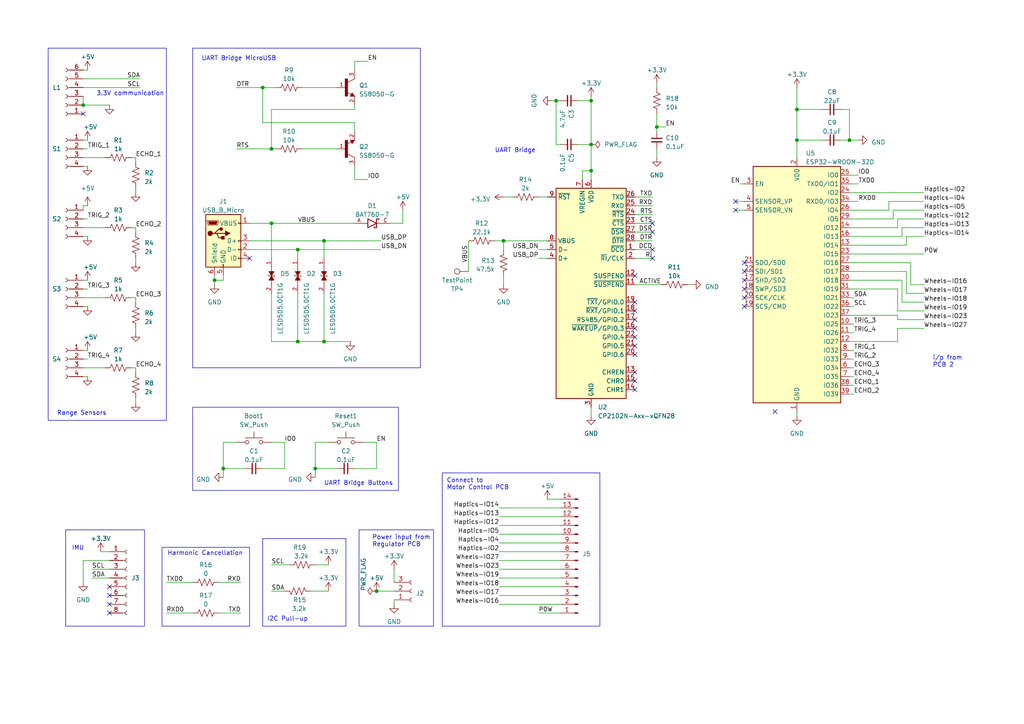
<source format=kicad_sch>
(kicad_sch (version 20231120) (generator "eeschema") (generator_version "8.0")
  (paper "A4")
  (title_block (title "Feedback Oriented Responsive Walker with Assistive Direction") (rev "0") (company "UCF Electrical and Computer Engineering"))
  (junction (at 76.2 25.4))
  (junction (at 190.5 36.83))
  (junction (at 91.44 135.89))
  (junction (at 109.22 171.45))
  (junction (at 93.98 69.85))
  (junction (at 78.74 64.77))
  (junction (at 93.98 99.06))
  (junction (at 78.74 43.18))
  (junction (at 161.29 29.21))
  (junction (at 86.36 99.06))
  (junction (at 171.45 29.21))
  (junction (at 146.05 69.85))
  (junction (at 171.45 49.53))
  (junction (at 64.77 135.89))
  (junction (at 24.13 30.48))
  (junction (at 171.45 41.91))
  (junction (at 231.14 31.75))
  (junction (at 231.14 40.64))
  (junction (at 246.38 40.64))
  (junction (at 86.36 72.39))
  (junction (at 62.23 81.28))
  (no_connect (at 215.9 86.36))
  (no_connect (at 31.75 175.26))
  (no_connect (at 189.23 74.93))
  (no_connect (at 184.15 90.17))
  (no_connect (at 189.23 64.77))
  (no_connect (at 184.15 92.71))
  (no_connect (at 184.15 97.79))
  (no_connect (at 224.79 119.38))
  (no_connect (at 31.75 177.8))
  (no_connect (at 213.36 58.42))
  (no_connect (at 31.75 170.18))
  (no_connect (at 184.15 80.01))
  (no_connect (at 189.23 72.39))
  (no_connect (at 189.23 67.31))
  (no_connect (at 215.9 88.9))
  (no_connect (at 184.15 95.25))
  (no_connect (at 215.9 83.82))
  (no_connect (at 184.15 100.33))
  (no_connect (at 184.15 107.95))
  (no_connect (at 215.9 81.28))
  (no_connect (at 184.15 113.03))
  (no_connect (at 215.9 78.74))
  (no_connect (at 213.36 60.96))
  (no_connect (at 24.13 33.02))
  (no_connect (at 184.15 87.63))
  (no_connect (at 184.15 102.87))
  (no_connect (at 215.9 76.2))
  (no_connect (at 184.15 110.49))
  (no_connect (at 31.75 172.72))
  (no_connect (at 72.39 74.93))
  (wire (pts (xy 102.87 135.89) (xy 109.22 135.89)))
  (wire (pts (xy 39.37 54.61) (xy 39.37 55.88)))
  (wire (pts (xy 260.35 99.06) (xy 260.35 95.25)))
  (wire (pts (xy 93.98 69.85) (xy 93.98 74.93)))
  (wire (pts (xy 184.15 82.55) (xy 191.77 82.55)))
  (wire (pts (xy 189.23 62.23) (xy 184.15 62.23)))
  (wire (pts (xy 95.25 128.27) (xy 91.44 128.27)))
  (wire (pts (xy 243.84 31.75) (xy 246.38 31.75)))
  (wire (pts (xy 146.05 69.85) (xy 146.05 72.39)))
  (wire (pts (xy 213.36 60.96) (xy 215.9 60.96)))
  (wire (pts (xy 231.14 120.65) (xy 231.14 119.38)))
  (wire (pts (xy 264.16 82.55) (xy 267.97 82.55)))
  (wire (pts (xy 246.38 93.98) (xy 247.65 93.98)))
  (wire (pts (xy 257.81 60.96) (xy 246.38 60.96)))
  (wire (pts (xy 26.67 167.64) (xy 31.75 167.64)))
  (wire (pts (xy 261.62 87.63) (xy 267.97 87.63)))
  (wire (pts (xy 262.89 78.74) (xy 262.89 85.09)))
  (wire (pts (xy 144.78 175.26) (xy 162.56 175.26)))
  (wire (pts (xy 171.45 41.91) (xy 171.45 29.21)))
  (wire (pts (xy 144.78 167.64) (xy 162.56 167.64)))
  (wire (pts (xy 246.38 55.88) (xy 267.97 55.88)))
  (wire (pts (xy 86.36 85.09) (xy 86.36 99.06)))
  (wire (pts (xy 190.5 33.02) (xy 190.5 36.83)))
  (wire (pts (xy 40.64 25.4) (xy 24.13 25.4)))
  (wire (pts (xy 189.23 59.69) (xy 184.15 59.69)))
  (wire (pts (xy 143.51 69.85) (xy 146.05 69.85)))
  (wire (pts (xy 78.74 171.45) (xy 82.55 171.45)))
  (wire (pts (xy 76.2 135.89) (xy 82.55 135.89)))
  (wire (pts (xy 105.41 128.27) (xy 109.22 128.27)))
  (wire (pts (xy 246.38 81.28) (xy 261.62 81.28)))
  (wire (pts (xy 146.05 80.01) (xy 146.05 82.55)))
  (wire (pts (xy 39.37 86.36) (xy 39.37 87.63)))
  (wire (pts (xy 246.38 76.2) (xy 264.16 76.2)))
  (wire (pts (xy 109.22 135.89) (xy 109.22 128.27)))
  (wire (pts (xy 144.78 149.86) (xy 162.56 149.86)))
  (wire (pts (xy 86.36 72.39) (xy 72.39 72.39)))
  (wire (pts (xy 259.08 60.96) (xy 267.97 60.96)))
  (wire (pts (xy 246.38 68.58) (xy 261.62 68.58)))
  (wire (pts (xy 78.74 64.77) (xy 102.87 64.77)))
  (wire (pts (xy 260.35 90.17) (xy 267.97 90.17)))
  (wire (pts (xy 190.5 24.13) (xy 190.5 25.4)))
  (wire (pts (xy 64.77 81.28) (xy 64.77 80.01)))
  (wire (pts (xy 246.38 114.3) (xy 247.65 114.3)))
  (wire (pts (xy 64.77 81.28) (xy 62.23 81.28)))
  (wire (pts (xy 162.56 41.91) (xy 161.29 41.91)))
  (wire (pts (xy 246.38 53.34) (xy 248.92 53.34)))
  (wire (pts (xy 213.36 58.42) (xy 215.9 58.42)))
  (wire (pts (xy 25.4 104.14) (xy 24.13 104.14)))
  (wire (pts (xy 48.26 177.8) (xy 55.88 177.8)))
  (wire (pts (xy 158.75 144.78) (xy 162.56 144.78)))
  (wire (pts (xy 161.29 29.21) (xy 161.29 41.91)))
  (wire (pts (xy 246.38 63.5) (xy 259.08 63.5)))
  (wire (pts (xy 168.91 49.53) (xy 171.45 49.53)))
  (wire (pts (xy 93.98 69.85) (xy 72.39 69.85)))
  (wire (pts (xy 189.23 67.31) (xy 184.15 67.31)))
  (wire (pts (xy 24.13 27.94) (xy 24.13 30.48)))
  (wire (pts (xy 91.44 135.89) (xy 97.79 135.89)))
  (wire (pts (xy 38.1 86.36) (xy 39.37 86.36)))
  (wire (pts (xy 189.23 72.39) (xy 184.15 72.39)))
  (wire (pts (xy 144.78 170.18) (xy 162.56 170.18)))
  (wire (pts (xy 25.4 83.82) (xy 24.13 83.82)))
  (wire (pts (xy 102.87 48.26) (xy 102.87 52.07)))
  (wire (pts (xy 76.2 25.4) (xy 80.01 25.4)))
  (wire (pts (xy 260.35 83.82) (xy 260.35 90.17)))
  (wire (pts (xy 102.87 52.07) (xy 106.68 52.07)))
  (wire (pts (xy 146.05 57.15) (xy 148.59 57.15)))
  (wire (pts (xy 144.78 154.94) (xy 162.56 154.94)))
  (wire (pts (xy 78.74 128.27) (xy 82.55 128.27)))
  (wire (pts (xy 260.35 63.5) (xy 267.97 63.5)))
  (wire (pts (xy 64.77 135.89) (xy 71.12 135.89)))
  (wire (pts (xy 90.17 171.45) (xy 95.25 171.45)))
  (wire (pts (xy 144.78 160.02) (xy 162.56 160.02)))
  (wire (pts (xy 68.58 128.27) (xy 64.77 128.27)))
  (wire (pts (xy 116.84 60.96) (xy 116.84 64.77)))
  (wire (pts (xy 260.35 95.25) (xy 267.97 95.25)))
  (wire (pts (xy 146.05 69.85) (xy 158.75 69.85)))
  (wire (pts (xy 26.67 165.1) (xy 31.75 165.1)))
  (wire (pts (xy 68.58 43.18) (xy 78.74 43.18)))
  (wire (pts (xy 24.13 22.86) (xy 40.64 22.86)))
  (wire (pts (xy 171.45 49.53) (xy 171.45 52.07)))
  (wire (pts (xy 144.78 147.32) (xy 162.56 147.32)))
  (wire (pts (xy 246.38 104.14) (xy 247.65 104.14)))
  (wire (pts (xy 190.5 36.83) (xy 190.5 38.1)))
  (wire (pts (xy 189.23 74.93) (xy 184.15 74.93)))
  (wire (pts (xy 64.77 128.27) (xy 64.77 135.89)))
  (wire (pts (xy 190.5 43.18) (xy 190.5 45.72)))
  (wire (pts (xy 261.62 66.04) (xy 267.97 66.04)))
  (wire (pts (xy 87.63 25.4) (xy 97.79 25.4)))
  (wire (pts (xy 214.63 53.34) (xy 215.9 53.34)))
  (wire (pts (xy 189.23 69.85) (xy 184.15 69.85)))
  (wire (pts (xy 162.56 29.21) (xy 161.29 29.21)))
  (wire (pts (xy 246.38 86.36) (xy 247.65 86.36)))
  (wire (pts (xy 38.1 66.04) (xy 39.37 66.04)))
  (wire (pts (xy 246.38 31.75) (xy 246.38 40.64)))
  (wire (pts (xy 102.87 31.75) (xy 78.74 31.75)))
  (wire (pts (xy 135.89 69.85) (xy 135.89 78.74)))
  (wire (pts (xy 247.65 101.6) (xy 246.38 101.6)))
  (wire (pts (xy 25.4 63.5) (xy 24.13 63.5)))
  (wire (pts (xy 257.81 60.96) (xy 257.81 58.42)))
  (wire (pts (xy 24.13 162.56) (xy 31.75 162.56)))
  (wire (pts (xy 248.92 40.64) (xy 246.38 40.64)))
  (wire (pts (xy 68.58 25.4) (xy 76.2 25.4)))
  (wire (pts (xy 114.3 175.26) (xy 114.3 173.99)))
  (wire (pts (xy 246.38 99.06) (xy 260.35 99.06)))
  (wire (pts (xy 25.4 109.22) (xy 24.13 109.22)))
  (wire (pts (xy 144.78 157.48) (xy 162.56 157.48)))
  (wire (pts (xy 39.37 106.68) (xy 39.37 107.95)))
  (wire (pts (xy 82.55 135.89) (xy 82.55 128.27)))
  (wire (pts (xy 110.49 72.39) (xy 86.36 72.39)))
  (wire (pts (xy 86.36 99.06) (xy 93.98 99.06)))
  (wire (pts (xy 86.36 72.39) (xy 86.36 74.93)))
  (wire (pts (xy 93.98 99.06) (xy 101.6 99.06)))
  (wire (pts (xy 39.37 115.57) (xy 39.37 116.84)))
  (wire (pts (xy 246.38 66.04) (xy 260.35 66.04)))
  (wire (pts (xy 171.45 29.21) (xy 167.64 29.21)))
  (wire (pts (xy 48.26 168.91) (xy 55.88 168.91)))
  (wire (pts (xy 156.21 74.93) (xy 158.75 74.93)))
  (wire (pts (xy 171.45 41.91) (xy 171.45 49.53)))
  (wire (pts (xy 109.22 171.45) (xy 114.3 171.45)))
  (wire (pts (xy 69.85 177.8) (xy 63.5 177.8)))
  (wire (pts (xy 62.23 81.28) (xy 62.23 80.01)))
  (wire (pts (xy 102.87 35.56) (xy 76.2 35.56)))
  (wire (pts (xy 24.13 45.72) (xy 30.48 45.72)))
  (wire (pts (xy 262.89 71.12) (xy 262.89 68.58)))
  (wire (pts (xy 91.44 128.27) (xy 91.44 135.89)))
  (wire (pts (xy 261.62 68.58) (xy 261.62 66.04)))
  (wire (pts (xy 78.74 64.77) (xy 78.74 74.93)))
  (wire (pts (xy 87.63 43.18) (xy 97.79 43.18)))
  (wire (pts (xy 262.89 85.09) (xy 267.97 85.09)))
  (wire (pts (xy 246.38 50.8) (xy 248.92 50.8)))
  (wire (pts (xy 243.84 40.64) (xy 246.38 40.64)))
  (wire (pts (xy 38.1 106.68) (xy 39.37 106.68)))
  (wire (pts (xy 25.4 81.28) (xy 24.13 81.28)))
  (wire (pts (xy 264.16 76.2) (xy 264.16 82.55)))
  (wire (pts (xy 260.35 91.44) (xy 260.35 92.71)))
  (wire (pts (xy 260.35 66.04) (xy 260.35 63.5)))
  (wire (pts (xy 171.45 27.94) (xy 171.45 29.21)))
  (wire (pts (xy 246.38 78.74) (xy 262.89 78.74)))
  (wire (pts (xy 91.44 135.89) (xy 91.44 138.43)))
  (wire (pts (xy 62.23 81.28) (xy 62.23 82.55)))
  (wire (pts (xy 246.38 106.68) (xy 247.65 106.68)))
  (wire (pts (xy 156.21 72.39) (xy 158.75 72.39)))
  (wire (pts (xy 189.23 64.77) (xy 184.15 64.77)))
  (wire (pts (xy 231.14 40.64) (xy 238.76 40.64)))
  (wire (pts (xy 246.38 58.42) (xy 248.92 58.42)))
  (wire (pts (xy 156.21 177.8) (xy 162.56 177.8)))
  (wire (pts (xy 25.4 40.64) (xy 24.13 40.64)))
  (wire (pts (xy 72.39 64.77) (xy 78.74 64.77)))
  (wire (pts (xy 144.78 165.1) (xy 162.56 165.1)))
  (wire (pts (xy 24.13 168.91) (xy 24.13 162.56)))
  (wire (pts (xy 78.74 163.83) (xy 83.82 163.83)))
  (wire (pts (xy 78.74 43.18) (xy 80.01 43.18)))
  (wire (pts (xy 114.3 165.1) (xy 114.3 168.91)))
  (wire (pts (xy 106.68 17.78) (xy 102.87 17.78)))
  (wire (pts (xy 259.08 63.5) (xy 259.08 60.96)))
  (wire (pts (xy 69.85 168.91) (xy 63.5 168.91)))
  (wire (pts (xy 78.74 99.06) (xy 86.36 99.06)))
  (wire (pts (xy 38.1 45.72) (xy 39.37 45.72)))
  (wire (pts (xy 25.4 101.6) (xy 24.13 101.6)))
  (wire (pts (xy 171.45 118.11) (xy 171.45 120.65)))
  (wire (pts (xy 39.37 45.72) (xy 39.37 46.99)))
  (wire (pts (xy 246.38 83.82) (xy 260.35 83.82)))
  (wire (pts (xy 262.89 68.58) (xy 267.97 68.58)))
  (wire (pts (xy 39.37 66.04) (xy 39.37 67.31)))
  (wire (pts (xy 257.81 58.42) (xy 267.97 58.42)))
  (wire (pts (xy 168.91 52.07) (xy 168.91 49.53)))
  (wire (pts (xy 113.03 64.77) (xy 116.84 64.77)))
  (wire (pts (xy 25.4 20.32) (xy 24.13 20.32)))
  (wire (pts (xy 102.87 17.78) (xy 102.87 20.32)))
  (wire (pts (xy 25.4 59.69) (xy 24.13 59.69)))
  (wire (pts (xy 156.21 57.15) (xy 158.75 57.15)))
  (wire (pts (xy 29.21 160.02) (xy 31.75 160.02)))
  (wire (pts (xy 64.77 135.89) (xy 64.77 138.43)))
  (wire (pts (xy 144.78 172.72) (xy 162.56 172.72)))
  (wire (pts (xy 246.38 91.44) (xy 260.35 91.44)))
  (wire (pts (xy 193.04 36.83) (xy 190.5 36.83)))
  (wire (pts (xy 95.25 163.83) (xy 91.44 163.83)))
  (wire (pts (xy 31.75 30.48) (xy 24.13 30.48)))
  (wire (pts (xy 189.23 57.15) (xy 184.15 57.15)))
  (wire (pts (xy 25.4 68.58) (xy 24.13 68.58)))
  (wire (pts (xy 25.4 43.18) (xy 24.13 43.18)))
  (wire (pts (xy 231.14 40.64) (xy 231.14 45.72)))
  (wire (pts (xy 231.14 25.4) (xy 231.14 31.75)))
  (wire (pts (xy 110.49 69.85) (xy 93.98 69.85)))
  (wire (pts (xy 199.39 82.55) (xy 200.66 82.55)))
  (wire (pts (xy 78.74 31.75) (xy 78.74 43.18)))
  (wire (pts (xy 39.37 95.25) (xy 39.37 96.52)))
  (wire (pts (xy 267.97 73.66) (xy 246.38 73.66)))
  (wire (pts (xy 25.4 88.9) (xy 24.13 88.9)))
  (wire (pts (xy 231.14 31.75) (xy 238.76 31.75)))
  (wire (pts (xy 24.13 66.04) (xy 30.48 66.04)))
  (wire (pts (xy 76.2 25.4) (xy 76.2 35.56)))
  (wire (pts (xy 167.64 41.91) (xy 171.45 41.91)))
  (wire (pts (xy 246.38 109.22) (xy 247.65 109.22)))
  (wire (pts (xy 102.87 30.48) (xy 102.87 31.75)))
  (wire (pts (xy 25.4 48.26) (xy 24.13 48.26)))
  (wire (pts (xy 246.38 96.52) (xy 247.65 96.52)))
  (wire (pts (xy 102.87 38.1) (xy 102.87 35.56)))
  (wire (pts (xy 161.29 29.21) (xy 160.02 29.21)))
  (wire (pts (xy 246.38 111.76) (xy 247.65 111.76)))
  (wire (pts (xy 24.13 59.69) (xy 24.13 60.96)))
  (wire (pts (xy 260.35 92.71) (xy 267.97 92.71)))
  (wire (pts (xy 144.78 152.4) (xy 162.56 152.4)))
  (wire (pts (xy 246.38 71.12) (xy 262.89 71.12)))
  (wire (pts (xy 261.62 81.28) (xy 261.62 87.63)))
  (wire (pts (xy 246.38 88.9) (xy 247.65 88.9)))
  (wire (pts (xy 39.37 74.93) (xy 39.37 76.2)))
  (wire (pts (xy 24.13 86.36) (xy 30.48 86.36)))
  (wire (pts (xy 144.78 162.56) (xy 162.56 162.56)))
  (wire (pts (xy 24.13 106.68) (xy 30.48 106.68)))
  (wire (pts (xy 78.74 85.09) (xy 78.74 99.06)))
  (wire (pts (xy 231.14 31.75) (xy 231.14 40.64)))
  (wire (pts (xy 93.98 85.09) (xy 93.98 99.06)))
  (rectangle (start 19.05 153.67) (end 41.91 181.61))
  (rectangle (start 128.27 137.16) (end 173.99 181.61))
  (rectangle (start 104.14 153.67) (end 125.73 181.61))
  (rectangle (start 55.88 118.11) (end 115.57 142.24))
  (rectangle (start 55.88 13.97) (end 121.92 106.68))
  (rectangle (start 13.97 13.97) (end 48.26 121.92))
  (rectangle (start 76.2 156.21) (end 100.33 181.61))
  (rectangle (start 46.99 158.75) (end 72.39 181.61))
  (text "Range Sensors" (at 16.51 120.65 0) (effects (font (size 1.27 1.27)) (justify left bottom)))
  (text "Power input from\nRegulator PCB" (at 107.95 158.75 0) (effects (font (size 1.27 1.27)) (justify left bottom)))
  (text "i/p from\nPCB 2" (at 270.51 106.68 0) (effects (font (size 1.27 1.27)) (justify left bottom)))
  (text "Connect to\nMotor Control PCB" (at 129.54 142.24 0) (effects (font (size 1.27 1.27)) (justify left bottom)))
  (text "UART Bridge MicroUSB" (at 58.42 17.78 0) (effects (font (size 1.27 1.27)) (justify left bottom)))
  (text "UART Bridge Buttons" (at 93.98 140.97 0) (effects (font (size 1.27 1.27)) (justify left bottom)))
  (text "Harmonic Cancellation" (at 48.514 161.29 0) (effects (font (size 1.27 1.27)) (justify left bottom)))
  (text "I2C Pull-up" (at 77.47 180.34 0) (effects (font (size 1.27 1.27)) (justify left bottom)))
  (text "3.3V communication" (at 27.94 27.94 0) (effects (font (size 1.27 1.27)) (justify left bottom)))
  (text "IMU" (at 20.828 159.766 0) (effects (font (size 1.27 1.27)) (justify left bottom)))
  (text "UART Bridge" (at 143.51 44.45 0) (effects (font (size 1.27 1.27)) (justify left bottom)))
  (label "Wheels-IO19" (at 144.78 167.64 180))
  (label "P0W" (at 156.21 177.8 0))
  (label "USB_DP" (at 110.49 69.85 0))
  (label "Wheels-IO27" (at 144.78 162.56 180))
  (label "ECHO_3" (at 247.65 106.68 0))
  (label "SCL" (at 78.74 163.83 0))
  (label "SDA" (at 247.65 86.36 0))
  (label "VBUS" (at 86.36 64.77 0))
  (label "P0W" (at 267.97 73.66 0))
  (label "Wheels-IO27" (at 267.97 95.25 0))
  (label "Haptics-IO5" (at 144.78 154.94 180))
  (label "ECHO_3" (at 39.37 86.36 0))
  (label "Wheels-IO23" (at 144.78 165.1 180))
  (label "USB_DP" (at 156.21 74.93 180))
  (label "RXD0" (at 48.26 177.8 0))
  (label "IO0" (at 82.55 128.27 0))
  (label "IO0" (at 106.68 52.07 0))
  (label "Haptics-IO2" (at 144.78 160.02 180))
  (label "DCD" (at 189.23 72.39 180))
  (label "Wheels-IO16" (at 144.78 175.26 180))
  (label "TRIG_4" (at 25.4 104.14 0))
  (label "USB_DN" (at 110.49 72.39 0))
  (label "RTS" (at 68.58 43.18 0))
  (label "Wheels-IO19" (at 267.97 90.17 0))
  (label "Haptics-IO13" (at 144.78 149.86 180))
  (label "EN" (at 193.04 36.83 0))
  (label "TRIG_4" (at 247.65 96.52 0))
  (label "ECHO_2" (at 247.65 114.3 0))
  (label "Wheels-IO18" (at 144.78 170.18 180))
  (label "DTR" (at 68.58 25.4 0))
  (label "Haptics-IO14" (at 267.97 68.58 0))
  (label "EN" (at 214.63 53.34 180))
  (label "TXD0" (at 248.92 53.34 0))
  (label "RXD0" (at 248.92 58.42 0))
  (label "TRIG_1" (at 25.4 43.18 0))
  (label "Haptics-IO13" (at 267.97 66.04 0))
  (label "TRIG_3" (at 247.65 93.98 0))
  (label "ECHO_1" (at 39.37 45.72 0))
  (label "DTR" (at 189.23 69.85 180))
  (label "TXD" (at 189.23 57.15 180))
  (label "EN" (at 106.68 17.78 0))
  (label "Haptics-IO2" (at 267.97 55.88 0))
  (label "RXD" (at 189.23 59.69 180))
  (label "SCL" (at 247.65 88.9 0))
  (label "TRIG_3" (at 25.4 83.82 0))
  (label "Haptics-IO4" (at 144.78 157.48 180))
  (label "RXD" (at 69.85 168.91 180))
  (label "IO0" (at 248.92 50.8 0))
  (label "Haptics-IO12" (at 144.78 152.4 180))
  (label "Wheels-IO17" (at 144.78 172.72 180))
  (label "ECHO_4" (at 39.37 106.68 0))
  (label "TXD0" (at 48.26 168.91 0))
  (label "TRIG_2" (at 25.4 63.5 0))
  (label "Haptics-IO4" (at 267.97 58.42 0))
  (label "RTS" (at 189.23 62.23 180))
  (label "ECHO_4" (at 247.65 109.22 0))
  (label "EN" (at 109.22 128.27 0))
  (label "Haptics-IO5" (at 267.97 60.96 0))
  (label "Wheels-IO17" (at 267.97 85.09 0))
  (label "ACTIVE" (at 185.42 82.55 0))
  (label "SCL" (at 26.67 165.1 0))
  (label "TXD" (at 69.85 177.8 180))
  (label "ECHO_2" (at 39.37 66.04 0))
  (label "Haptics-IO14" (at 144.78 147.32 180))
  (label "USB_DN" (at 156.21 72.39 180))
  (label "Wheels-IO16" (at 267.97 82.55 0))
  (label "CTS" (at 189.23 64.77 180))
  (label "TRIG_2" (at 247.65 104.14 0))
  (label "ECHO_1" (at 247.65 111.76 0))
  (label "SDA" (at 40.64 22.86 180))
  (label "DSR" (at 189.23 67.31 180))
  (label "Wheels-IO23" (at 267.97 92.71 0))
  (label "SCL" (at 40.64 25.4 180))
  (label "RI" (at 189.23 74.93 180))
  (label "VBUS" (at 135.89 76.2 90))
  (label "Haptics-IO12" (at 267.97 63.5 0))
  (label "TRIG_1" (at 247.65 101.6 0))
  (label "SDA" (at 26.67 167.64 0))
  (label "Wheels-IO18" (at 267.97 87.63 0))
  (label "SDA" (at 78.74 171.45 0))
  (symbol (lib_id "power:GND") (at 114.3 175.26 0) (unit 1)
    (property "Reference" "#PWR032" (effects (hide yes)))
    (property "Value" "GND" (at 114.3 180.34 0))
  )
  (symbol (lib_id "Interface_USB:CP2102N-Axx-xQFN28") (at 171.45 85.09 0) (unit 1)
    (property "Reference" "U2" (at 173.4059 118.11 0) (effects (justify left)))
    (property "Value" "CP2102N-Axx-xQFN28" (at 173.4059 120.65 0) (effects (justify left)))
    (property "Footprint" "Package_DFN_QFN:QFN-28-1EP_5x5mm_P0.5mm_EP3.35x3.35mm" (effects (hide yes)))
    (property "Datasheet" "https://www.silabs.com/documents/public/data-sheets/cp2102n-datasheet.pdf" (effects (hide yes)))
  )
  (symbol (lib_id "Device:C_Small") (at 100.33 135.89 270) (unit 1)
    (property "Reference" "C2" (at 100.3236 130.81 90))
    (property "Value" "0.1uF" (at 100.3236 133.35 90))
    (property "Footprint" "Capacitor_SMD:C_0805_2012Metric" (effects (hide yes)))
  )
  (symbol (lib_id "Device:R_US") (at 34.29 106.68 90) (unit 1)
    (property "Reference" "R7" (at 34.29 101.6 90))
    (property "Value" "1k" (at 34.29 104.14 90))
    (property "Footprint" "Resistor_SMD:R_0805_2012Metric" (effects (hide yes)))
  )
  (symbol (lib_id "LESD5D5.0CT1G:LESD5D5.0CT1G") (at 93.98 80.01 270) (unit 1)
    (property "Reference" "D3" (at 96.52 79.375 90) (effects (justify left)))
    (property "Value" "LESD5D5.0CT1G" (at 96.52 81.915 0) (effects (justify left)))
    (property "Footprint" "footprints:TVS_LESD5D5.0CT1G" (effects (hide yes)))
    (property "Description" "\n                        \n                            Transient Voltage Suppressors for ESD Protection\n                        \n" (effects (hide yes)))
    (property "MF" "Leshan Radio Co." (effects (hide yes)))
    (property "MAXIMUM_PACKAGE_HEIGHT" "0.7 mm" (effects (hide yes)))
    (property "Package" "None" (effects (hide yes)))
    (property "Price" "None" (effects (hide yes)))
    (property "Check_prices" "https://www.snapeda.com/parts/LESD5D5.0CT1G/Leshan+Radio/view-part/?ref=eda" (effects (hide yes)))
    (property "STANDARD" "Manufacturer Recommendations" (effects (hide yes)))
    (property "PARTREV" "O" (effects (hide yes)))
    (property "SnapEDA_Link" "https://www.snapeda.com/parts/LESD5D5.0CT1G/Leshan+Radio/view-part/?ref=snap" (effects (hide yes)))
    (property "MP" "LESD5D5.0CT1G" (effects (hide yes)))
    (property "Availability" "In Stock" (effects (hide yes)))
    (property "MANUFACTURER" "LRC" (effects (hide yes)))
  )
  (symbol (lib_id "SS8050-G:SS8050-G") (at 100.33 25.4 0) (unit 1)
    (property "Reference" "Q1" (at 104.14 24.765 0) (effects (justify left)))
    (property "Value" "SS8050-G" (at 104.14 27.305 0) (effects (justify left)))
    (property "Footprint" "footprints:TRANS_SS8050-G" (effects (hide yes)))
    (property "Description" "\n                        \n                            Bipolar (BJT) Transistor NPN 25 V 1.5 A 100MHz 300 mW Surface Mount SOT-23-3\n                        \n" (effects (hide yes)))
    (property "MF" "Comchip" (effects (hide yes)))
    (property "MAXIMUM_PACKAGE_HEIGHT" "1.05 mm" (effects (hide yes)))
    (property "Package" "None" (effects (hide yes)))
    (property "Price" "None" (effects (hide yes)))
    (property "Check_prices" "https://www.snapeda.com/parts/SS8050G/Comchip/view-part/?ref=eda" (effects (hide yes)))
    (property "STANDARD" "Manufacturer Recommendations" (effects (hide yes)))
    (property "PARTREV" "A" (effects (hide yes)))
    (property "SnapEDA_Link" "https://www.snapeda.com/parts/SS8050G/Comchip/view-part/?ref=snap" (effects (hide yes)))
    (property "MP" "SS8050G" (effects (hide yes)))
    (property "Availability" "In Stock" (effects (hide yes)))
    (property "MANUFACTURER" "Comchip" (effects (hide yes)))
  )
  (symbol (lib_id "Connector:Conn_01x03_Socket") (at 119.38 171.45 0) (mirror x) (unit 1)
    (property "Reference" "J2" (at 120.65 172.085 0) (effects (justify left)))
    (property "Value" "Conn_01x03_Socket" (effects (hide yes)))
    (property "Footprint" "Connector_JST:JST_PH_S3B-PH-K_1x03_P2.00mm_Horizontal" (effects (hide yes)))
  )
  (symbol (lib_id "Connector:USB_B_Micro") (at 64.77 69.85 0) (unit 1)
    (property "Reference" "J1" (at 64.77 58.42 0))
    (property "Value" "USB_B_Micro" (at 64.77 60.96 0))
    (property "Footprint" "Connector_USB:USB_Micro-B_Molex-105133-0031" (effects (hide yes)))
  )
  (symbol (lib_id "power:+3.3V") (at 146.05 57.15 90) (unit 1)
    (property "Reference" "#PWR046" (effects (hide yes)))
    (property "Value" "+3.3V" (at 142.24 57.785 90) (effects (justify left)))
  )
  (symbol (lib_id "power:+3.3V") (at 95.25 171.45 0) (unit 1)
    (property "Reference" "#PWR011" (effects (hide yes)))
    (property "Value" "+3.3V" (at 95.25 167.64 0))
  )
  (symbol (lib_id "Device:R_US") (at 83.82 43.18 90) (unit 1)
    (property "Reference" "R10" (at 83.82 38.1 90))
    (property "Value" "10k" (at 83.82 40.64 90))
    (property "Footprint" "Resistor_SMD:R_0805_2012Metric" (effects (hide yes)))
  )
  (symbol (lib_id "power:GND") (at 160.02 29.21 270) (unit 1)
    (property "Reference" "#PWR034" (effects (hide yes)))
    (property "Value" "GND" (at 154.94 29.21 0))
  )
  (symbol (lib_id "Device:R_US") (at 86.36 171.45 90) (mirror x) (unit 1)
    (property "Reference" "R15" (at 88.9 173.99 90) (effects (justify left)))
    (property "Value" "3.2k" (at 88.9 176.53 90) (effects (justify left)))
    (property "Footprint" "Resistor_SMD:R_0805_2012Metric" (effects (hide yes)))
  )
  (symbol (lib_id "power:+5V") (at 25.4 20.32 0) (mirror y) (unit 1)
    (property "Reference" "#PWR010" (effects (hide yes)))
    (property "Value" "+5V" (at 25.4 16.51 0))
  )
  (symbol (lib_id "power:GND") (at 171.45 120.65 0) (unit 1)
    (property "Reference" "#PWR027" (effects (hide yes)))
    (property "Value" "GND" (at 171.45 125.73 0))
  )
  (symbol (lib_id "Device:R_US") (at 139.7 69.85 90) (unit 1)
    (property "Reference" "R12" (at 139.7 64.77 90))
    (property "Value" "22.1k" (at 139.7 67.31 90))
    (property "Footprint" "Resistor_SMD:R_0805_2012Metric" (effects (hide yes)))
  )
  (symbol (lib_id "Device:R_US") (at 34.29 66.04 90) (unit 1)
    (property "Reference" "R3" (at 34.29 60.96 90))
    (property "Value" "1k" (at 34.29 63.5 90))
    (property "Footprint" "Resistor_SMD:R_0805_2012Metric" (effects (hide yes)))
  )
  (symbol (lib_id "Device:R_US") (at 87.63 163.83 90) (unit 1)
    (property "Reference" "R19" (at 88.9 158.75 90) (effects (justify left)))
    (property "Value" "3.2k" (at 89.535 161.29 90) (effects (justify left)))
    (property "Footprint" "Resistor_SMD:R_0805_2012Metric" (effects (hide yes)))
  )
  (symbol (lib_id "power:+5V") (at 25.4 81.28 0) (unit 1)
    (property "Reference" "#PWR07" (effects (hide yes)))
    (property "Value" "+5V" (at 24.13 77.47 0) (effects (justify left)))
  )
  (symbol (lib_id "Connector:Conn_01x04_Socket") (at 19.05 104.14 0) (mirror y) (unit 1)
    (property "Reference" "S4" (at 17.78 104.14 0) (effects (justify left)))
    (property "Value" "Conn_01x04_Socket" (effects (hide yes)))
    (property "Footprint" "Connector_JST:JST_EH_S4B-EH_1x04_P2.50mm_Horizontal" (effects (hide yes)))
  )
  (symbol (lib_name "+5V_1") (lib_id "power:+5V") (at 25.4 59.69 0) (unit 1)
    (property "Reference" "#PWR03" (effects (hide yes)))
    (property "Value" "+5V" (at 25.4 54.61 0))
    (property "Description" "Power symbol creates a global label with name \"+5V\"" (effects (hide yes)))
  )
  (symbol (lib_id "Device:R_US") (at 59.69 177.8 90) (unit 1)
    (property "Reference" "R17" (at 59.69 172.72 90))
    (property "Value" "0" (at 59.69 175.26 90))
    (property "Footprint" "Resistor_SMD:R_0805_2012Metric" (effects (hide yes)))
  )
  (symbol (lib_id "Device:R_US") (at 39.37 50.8 0) (unit 1)
    (property "Reference" "R2" (at 41.91 50.165 0) (effects (justify left)))
    (property "Value" "2k" (at 41.91 52.705 0) (effects (justify left)))
    (property "Footprint" "Resistor_SMD:R_0805_2012Metric" (effects (hide yes)))
  )
  (symbol (lib_id "power:PWR_FLAG") (at 171.45 41.91 270) (unit 1)
    (property "Reference" "#FLG01" (effects (hide yes)))
    (property "Value" "PWR_FLAG" (at 175.26 41.9099 90) (effects (justify left)))
    (property "Description" "Special symbol for telling ERC where power comes from" (effects (hide yes)))
  )
  (symbol (lib_id "Switch:SW_Push") (at 73.66 128.27 0) (unit 1)
    (property "Reference" "Boot1" (at 73.66 120.65 0))
    (property "Value" "SW_Push" (at 73.66 123.19 0))
    (property "Footprint" "Button_Switch_SMD:SW_Tactile_SPST_NO_Straight_CK_PTS636Sx25SMTRLFS" (effects (hide yes)))
  )
  (symbol (lib_id "Device:C_Small") (at 190.5 40.64 0) (unit 1)
    (property "Reference" "C10" (at 193.04 40.0113 0) (effects (justify left)))
    (property "Value" "0.1uF" (at 193.04 42.5513 0) (effects (justify left)))
    (property "Footprint" "Capacitor_SMD:C_0805_2012Metric" (effects (hide yes)))
  )
  (symbol (lib_id "power:GND") (at 25.4 88.9 0) (unit 1)
    (property "Reference" "#PWR08" (effects (hide yes)))
    (property "Value" "GND" (effects (hide yes)))
  )
  (symbol (lib_id "power:GND") (at 200.66 82.55 90) (unit 1)
    (property "Reference" "#PWR028" (effects (hide yes)))
    (property "Value" "GND" (at 204.47 83.185 90) (effects (justify right)))
  )
  (symbol (lib_id "power:+3.3V") (at 29.21 160.02 0) (unit 1)
    (property "Reference" "#PWR013" (effects (hide yes)))
    (property "Value" "+3.3V" (at 29.21 156.21 0))
  )
  (symbol (lib_id "power:+5V") (at 109.22 171.45 0) (mirror y) (unit 1)
    (property "Reference" "#PWR018" (effects (hide yes)))
    (property "Value" "+5V" (at 109.22 167.64 0))
  )
  (symbol (lib_id "power:+3.3V") (at 190.5 24.13 0) (unit 1)
    (property "Reference" "#PWR044" (effects (hide yes)))
    (property "Value" "+3.3V" (at 190.5 20.32 0))
  )
  (symbol (lib_id "LESD5D5.0CT1G:LESD5D5.0CT1G") (at 78.74 80.01 270) (unit 1)
    (property "Reference" "D5" (at 81.28 79.375 90) (effects (justify left)))
    (property "Value" "LESD5D5.0CT1G" (at 81.28 81.915 0) (effects (justify left)))
    (property "Footprint" "footprints:TVS_LESD5D5.0CT1G" (effects (hide yes)))
    (property "Description" "\n                        \n                            Transient Voltage Suppressors for ESD Protection\n                        \n" (effects (hide yes)))
    (property "MF" "Leshan Radio Co." (effects (hide yes)))
    (property "MAXIMUM_PACKAGE_HEIGHT" "0.7 mm" (effects (hide yes)))
    (property "Package" "None" (effects (hide yes)))
    (property "Price" "None" (effects (hide yes)))
    (property "Check_prices" "https://www.snapeda.com/parts/LESD5D5.0CT1G/Leshan+Radio/view-part/?ref=eda" (effects (hide yes)))
    (property "STANDARD" "Manufacturer Recommendations" (effects (hide yes)))
    (property "PARTREV" "O" (effects (hide yes)))
    (property "SnapEDA_Link" "https://www.snapeda.com/parts/LESD5D5.0CT1G/Leshan+Radio/view-part/?ref=snap" (effects (hide yes)))
    (property "MP" "LESD5D5.0CT1G" (effects (hide yes)))
    (property "Availability" "In Stock" (effects (hide yes)))
    (property "MANUFACTURER" "LRC" (effects (hide yes)))
  )
  (symbol (lib_id "LESD5D5.0CT1G:LESD5D5.0CT1G") (at 86.36 80.01 270) (unit 1)
    (property "Reference" "D2" (at 88.9 79.375 90) (effects (justify left)))
    (property "Value" "LESD5D5.0CT1G" (at 88.9 81.915 0) (effects (justify left)))
    (property "Footprint" "footprints:TVS_LESD5D5.0CT1G" (effects (hide yes)))
    (property "Description" "\n                        \n                            Transient Voltage Suppressors for ESD Protection\n                        \n" (effects (hide yes)))
    (property "MF" "Leshan Radio Co." (effects (hide yes)))
    (property "MAXIMUM_PACKAGE_HEIGHT" "0.7 mm" (effects (hide yes)))
    (property "Package" "None" (effects (hide yes)))
    (property "Price" "None" (effects (hide yes)))
    (property "Check_prices" "https://www.snapeda.com/parts/LESD5D5.0CT1G/Leshan+Radio/view-part/?ref=eda" (effects (hide yes)))
    (property "STANDARD" "Manufacturer Recommendations" (effects (hide yes)))
    (property "PARTREV" "O" (effects (hide yes)))
    (property "SnapEDA_Link" "https://www.snapeda.com/parts/LESD5D5.0CT1G/Leshan+Radio/view-part/?ref=snap" (effects (hide yes)))
    (property "MP" "LESD5D5.0CT1G" (effects (hide yes)))
    (property "Availability" "In Stock" (effects (hide yes)))
    (property "MANUFACTURER" "LRC" (effects (hide yes)))
  )
  (symbol (lib_id "power:GND") (at 64.77 138.43 270) (unit 1)
    (property "Reference" "#PWR029" (effects (hide yes)))
    (property "Value" "GND" (at 60.96 139.065 90) (effects (justify right)))
  )
  (symbol (lib_id "Device:R_US") (at 152.4 57.15 270) (unit 1)
    (property "Reference" "R14" (at 152.4 52.07 90))
    (property "Value" "2k" (at 152.4 54.61 90))
    (property "Footprint" "Resistor_SMD:R_0805_2012Metric" (effects (hide yes)))
  )
  (symbol (lib_id "Connector:Conn_01x14_Pin") (at 167.64 162.56 180) (unit 1)
    (property "Reference" "J5" (at 168.91 160.655 0) (effects (justify right)))
    (property "Value" "Conn_01x14_Socket" (effects (hide yes)))
    (property "Footprint" "Connector_Phoenix_MC:PhoenixContact_MC_1,5_14-G-3.81_1x14_P3.81mm_Horizontal" (effects (hide yes)))
  )
  (symbol (lib_id "Device:R_US") (at 34.29 45.72 90) (unit 1)
    (property "Reference" "R1" (at 34.29 40.64 90))
    (property "Value" "1k" (at 34.29 43.18 90))
    (property "Footprint" "Resistor_SMD:R_0805_2012Metric" (effects (hide yes)))
  )
  (symbol (lib_id "Device:R_US") (at 190.5 29.21 0) (unit 1)
    (property "Reference" "R18" (at 193.04 28.575 0) (effects (justify left)))
    (property "Value" "10k" (at 193.04 31.115 0) (effects (justify left)))
    (property "Footprint" "Resistor_SMD:R_0805_2012Metric" (effects (hide yes)))
  )
  (symbol (lib_id "power:GND") (at 248.92 40.64 90) (unit 1)
    (property "Reference" "#PWR040" (effects (hide yes)))
    (property "Value" "GND" (at 252.73 41.275 90) (effects (justify right)))
  )
  (symbol (lib_id "power:GND") (at 231.14 120.65 0) (unit 1)
    (property "Reference" "#PWR01" (effects (hide yes)))
    (property "Value" "GND" (at 231.14 125.73 0))
  )
  (symbol (lib_id "power:+5V") (at 116.84 60.96 0) (unit 1)
    (property "Reference" "#PWR025" (effects (hide yes)))
    (property "Value" "+5V" (at 116.84 57.15 0))
  )
  (symbol (lib_id "power:GND") (at 25.4 48.26 0) (unit 1)
    (property "Reference" "#PWR02" (effects (hide yes)))
    (property "Value" "GND" (effects (hide yes)))
  )
  (symbol (lib_id "Connector:Conn_01x04_Socket") (at 19.05 43.18 0) (mirror y) (unit 1)
    (property "Reference" "S1" (at 17.78 43.18 0) (effects (justify left)))
    (property "Value" "Conn_01x04_Socket" (effects (hide yes)))
    (property "Footprint" "Connector_JST:JST_EH_S4B-EH_1x04_P2.50mm_Horizontal" (effects (hide yes)))
  )
  (symbol (lib_id "power:+5V") (at 25.4 40.64 0) (unit 1)
    (property "Reference" "#PWR06" (effects (hide yes)))
    (property "Value" "+5V" (at 24.13 36.83 0) (effects (justify left)))
  )
  (symbol (lib_id "Device:R_US") (at 83.82 25.4 90) (unit 1)
    (property "Reference" "R9" (at 83.82 20.32 90))
    (property "Value" "10k" (at 83.82 22.86 90))
    (property "Footprint" "Resistor_SMD:R_0805_2012Metric" (effects (hide yes)))
  )
  (symbol (lib_id "power:GND") (at 25.4 68.58 0) (unit 1)
    (property "Reference" "#PWR04" (effects (hide yes)))
    (property "Value" "GND" (effects (hide yes)))
  )
  (symbol (lib_id "Device:R_US") (at 195.58 82.55 90) (unit 1)
    (property "Reference" "R11" (at 195.58 77.47 90))
    (property "Value" "10k" (at 195.58 80.01 90))
    (property "Footprint" "Resistor_SMD:R_0805_2012Metric" (effects (hide yes)))
  )
  (symbol (lib_id "power:GND") (at 39.37 76.2 0) (unit 1)
    (property "Reference" "#PWR05" (effects (hide yes)))
    (property "Value" "GND" (effects (hide yes)))
  )
  (symbol (lib_id "Connector:Conn_01x08_Socket") (at 36.83 167.64 0) (unit 1)
    (property "Reference" "J3" (at 38.1 167.6399 0) (effects (justify left)))
    (property "Value" "Conn_01x08_Socket" (effects (hide yes)))
    (property "Footprint" "Connector_PinSocket_2.54mm:PinSocket_1x08_P2.54mm_Vertical" (effects (hide yes)))
    (property "Description" "Generic connector, single row, 01x08, script generated" (effects (hide yes)))
  )
  (symbol (lib_id "BAT760-7:BAT760-7") (at 107.95 64.77 0) (unit 1)
    (property "Reference" "D1" (at 107.95 59.69 0))
    (property "Value" "BAT760-7" (at 107.95 62.23 0))
    (property "Footprint" "footprints:SOD2513X120N" (effects (hide yes)))
    (property "PARTREV" "9-2" (effects (hide yes)))
    (property "MANUFACTURER" "DIODES" (effects (hide yes)))
    (property "MAXIMUM_PACKAGE_HEIGHT" "1.20mm" (effects (hide yes)))
    (property "STANDARD" "IPC-7351B" (effects (hide yes)))
  )
  (symbol (lib_id "power:GND") (at 25.4 109.22 0) (unit 1)
    (property "Reference" "#PWR022" (effects (hide yes)))
    (property "Value" "GND" (effects (hide yes)))
  )
  (symbol (lib_id "power:+3.3V") (at 231.14 25.4 0) (unit 1)
    (property "Reference" "#PWR047" (effects (hide yes)))
    (property "Value" "+3.3V" (at 231.14 21.59 0))
  )
  (symbol (lib_id "power:GND") (at 146.05 82.55 0) (unit 1)
    (property "Reference" "#PWR031" (effects (hide yes)))
    (property "Value" "GND" (at 146.05 87.63 0))
  )
  (symbol (lib_id "power:GND") (at 31.75 30.48 0) (mirror y) (unit 1)
    (property "Reference" "#PWR012" (effects (hide yes)))
    (property "Value" "GND" (effects (hide yes)))
  )
  (symbol (lib_id "Device:C_Small") (at 241.3 31.75 90) (unit 1)
    (property "Reference" "C8" (at 241.3063 26.67 90))
    (property "Value" "22uF" (at 241.3063 29.21 90))
    (property "Footprint" "Capacitor_SMD:C_0805_2012Metric" (effects (hide yes)))
  )
  (symbol (lib_id "Connector:Conn_01x04_Socket") (at 19.05 83.82 0) (mirror y) (unit 1)
    (property "Reference" "S3" (at 17.78 83.82 0) (effects (justify left)))
    (property "Value" "Conn_01x04_Socket" (effects (hide yes)))
    (property "Footprint" "Connector_JST:JST_EH_S4B-EH_1x04_P2.50mm_Horizontal" (effects (hide yes)))
  )
  (symbol (lib_id "power:GND") (at 91.44 138.43 270) (unit 1)
    (property "Reference" "#PWR030" (effects (hide yes)))
    (property "Value" "GND" (at 87.63 139.065 90) (effects (justify right)))
  )
  (symbol (lib_id "Device:R_US") (at 39.37 71.12 0) (unit 1)
    (property "Reference" "R4" (at 41.91 70.485 0) (effects (justify left)))
    (property "Value" "2k" (at 41.91 73.025 0) (effects (justify left)))
    (property "Footprint" "Resistor_SMD:R_0805_2012Metric" (effects (hide yes)))
  )
  (symbol (lib_id "SS8050-G:SS8050-G") (at 100.33 43.18 0) (mirror x) (unit 1)
    (property "Reference" "Q2" (at 104.14 42.545 0) (effects (justify left)))
    (property "Value" "SS8050-G" (at 104.14 45.085 0) (effects (justify left)))
    (property "Footprint" "footprints:TRANS_SS8050-G" (effects (hide yes)))
    (property "Description" "\n                        \n                            Bipolar (BJT) Transistor NPN 25 V 1.5 A 100MHz 300 mW Surface Mount SOT-23-3\n                        \n" (effects (hide yes)))
    (property "MF" "Comchip" (effects (hide yes)))
    (property "MAXIMUM_PACKAGE_HEIGHT" "1.05 mm" (effects (hide yes)))
    (property "Package" "None" (effects (hide yes)))
    (property "Price" "None" (effects (hide yes)))
    (property "Check_prices" "https://www.snapeda.com/parts/SS8050G/Comchip/view-part/?ref=eda" (effects (hide yes)))
    (property "STANDARD" "Manufacturer Recommendations" (effects (hide yes)))
    (property "PARTREV" "A" (effects (hide yes)))
    (property "SnapEDA_Link" "https://www.snapeda.com/parts/SS8050G/Comchip/view-part/?ref=snap" (effects (hide yes)))
    (property "MP" "SS8050G" (effects (hide yes)))
    (property "Availability" "In Stock" (effects (hide yes)))
    (property "MANUFACTURER" "Comchip" (effects (hide yes)))
  )
  (symbol (lib_id "Device:R_US") (at 39.37 91.44 0) (unit 1)
    (property "Reference" "R6" (at 41.91 90.805 0) (effects (justify left)))
    (property "Value" "2k" (at 41.91 93.345 0) (effects (justify left)))
    (property "Footprint" "Resistor_SMD:R_0805_2012Metric" (effects (hide yes)))
  )
  (symbol (lib_id "Device:R_US") (at 34.29 86.36 90) (unit 1)
    (property "Reference" "R5" (at 34.29 81.28 90))
    (property "Value" "1k" (at 34.29 83.82 90))
    (property "Footprint" "Resistor_SMD:R_0805_2012Metric" (effects (hide yes)))
  )
  (symbol (lib_id "Device:R_US") (at 39.37 111.76 0) (unit 1)
    (property "Reference" "R8" (at 41.91 111.125 0) (effects (justify left)))
    (property "Value" "2k" (at 41.91 113.665 0) (effects (justify left)))
    (property "Footprint" "Resistor_SMD:R_0805_2012Metric" (effects (hide yes)))
  )
  (symbol (lib_id "power:GND") (at 39.37 116.84 0) (unit 1)
    (property "Reference" "#PWR023" (effects (hide yes)))
    (property "Value" "GND" (effects (hide yes)))
  )
  (symbol (lib_id "Device:C_Small") (at 241.3 40.64 90) (unit 1)
    (property "Reference" "C9" (at 241.3063 35.56 90))
    (property "Value" "0.1uF" (at 241.3063 38.1 90))
    (property "Footprint" "Capacitor_SMD:C_0805_2012Metric" (effects (hide yes)))
  )
  (symbol (lib_id "Switch:SW_Push") (at 100.33 128.27 0) (unit 1)
    (property "Reference" "Reset1" (at 100.33 120.65 0))
    (property "Value" "SW_Push" (at 100.33 123.19 0))
    (property "Footprint" "Button_Switch_SMD:SW_Tactile_SPST_NO_Straight_CK_PTS636Sx25SMTRLFS" (effects (hide yes)))
  )
  (symbol (lib_id "power:PWR_FLAG") (at 109.22 171.45 90) (unit 1)
    (property "Reference" "#FLG02" (effects (hide yes)))
    (property "Value" "PWR_FLAG" (at 105.41 171.4499 0) (effects (justify left)))
    (property "Description" "Special symbol for telling ERC where power comes from" (effects (hide yes)))
  )
  (symbol (lib_id "power:+5V") (at 25.4 101.6 0) (unit 1)
    (property "Reference" "#PWR021" (effects (hide yes)))
    (property "Value" "+5V" (at 24.13 97.79 0) (effects (justify left)))
  )
  (symbol (lib_id "Device:C_Small") (at 165.1 29.21 270) (unit 1)
    (property "Reference" "C3" (at 165.7287 31.75 0) (effects (justify left)))
    (property "Value" "4.7uF" (at 163.1887 31.75 0) (effects (justify left)))
    (property "Footprint" "Capacitor_SMD:C_0805_2012Metric" (effects (hide yes)))
  )
  (symbol (lib_id "Device:R_US") (at 146.05 76.2 0) (mirror x) (unit 1)
    (property "Reference" "R13" (at 143.51 75.565 0) (effects (justify right)))
    (property "Value" "47.5k" (at 143.51 78.105 0) (effects (justify right)))
    (property "Footprint" "Resistor_SMD:R_0805_2012Metric" (effects (hide yes)))
  )
  (symbol (lib_id "power:GND") (at 101.6 99.06 0) (unit 1)
    (property "Reference" "#PWR026" (effects (hide yes)))
    (property "Value" "GND" (at 101.6 104.14 0))
  )
  (symbol (lib_id "power:+3.3V") (at 114.3 165.1 0) (unit 1)
    (property "Reference" "#PWR019" (effects (hide yes)))
    (property "Value" "+3.3V" (at 114.3 161.29 0))
  )
  (symbol (lib_id "power:+3.3V") (at 171.45 27.94 0) (unit 1)
    (property "Reference" "#PWR045" (effects (hide yes)))
    (property "Value" "+3.3V" (at 171.45 24.13 0))
  )
  (symbol (lib_id "power:GND") (at 190.5 45.72 0) (unit 1)
    (property "Reference" "#PWR017" (effects (hide yes)))
    (property "Value" "GND" (at 190.5 50.8 0))
  )
  (symbol (lib_id "power:+3.3V") (at 95.25 163.83 0) (unit 1)
    (property "Reference" "#PWR015" (effects (hide yes)))
    (property "Value" "+3.3V" (at 95.25 160.02 0))
  )
  (symbol (lib_id "Connector:TestPoint") (at 135.89 78.74 90) (unit 1)
    (property "Reference" "TP4" (at 132.588 83.82 90))
    (property "Value" "TestPoint" (at 132.588 81.28 90))
    (property "Footprint" "TestPoint:TestPoint_Pad_1.0x1.0mm" (effects (hide yes)))
  )
  (symbol (lib_id "Device:C_Small") (at 165.1 41.91 270) (unit 1)
    (property "Reference" "C5" (at 165.7287 44.45 0) (effects (justify left)))
    (property "Value" "0.1uF" (at 163.1887 44.45 0) (effects (justify left)))
    (property "Footprint" "Capacitor_SMD:C_0805_2012Metric" (effects (hide yes)))
  )
  (symbol (lib_id "Connector:Conn_01x04_Socket") (at 19.05 63.5 0) (mirror y) (unit 1)
    (property "Reference" "S2" (at 17.78 63.5 0) (effects (justify left)))
    (property "Value" "Conn_01x04_Socket" (effects (hide yes)))
    (property "Footprint" "Connector_JST:JST_EH_S4B-EH_1x04_P2.50mm_Horizontal" (effects (hide yes)))
  )
  (symbol (lib_id "Device:R_US") (at 59.69 168.91 90) (unit 1)
    (property "Reference" "R16" (at 59.69 163.83 90))
    (property "Value" "0" (at 59.69 166.37 90))
    (property "Footprint" "Resistor_SMD:R_0805_2012Metric" (effects (hide yes)))
  )
  (symbol (lib_id "Device:C_Small") (at 73.66 135.89 270) (unit 1)
    (property "Reference" "C1" (at 73.6536 130.81 90))
    (property "Value" "0.1uF" (at 73.6536 133.35 90))
    (property "Footprint" "Capacitor_SMD:C_0805_2012Metric" (effects (hide yes)))
  )
  (symbol (lib_id "power:GND") (at 62.23 82.55 0) (unit 1)
    (property "Reference" "#PWR024" (effects (hide yes)))
    (property "Value" "GND" (at 62.23 87.63 0))
  )
  (symbol (lib_id "power:GND") (at 39.37 55.88 0) (unit 1)
    (property "Reference" "#PWR020" (effects (hide yes)))
    (property "Value" "GND" (effects (hide yes)))
  )
  (symbol (lib_id "Connector:Conn_01x06_Socket") (at 19.05 27.94 180) (unit 1)
    (property "Reference" "L1" (at 16.51 25.4 0))
    (property "Value" "Conn_01x06_Socket" (effects (hide yes)))
    (property "Footprint" "Connector_JST:JST_PH_S6B-PH-K_1x06_P2.00mm_Horizontal" (effects (hide yes)))
  )
  (symbol (lib_id "power:+5V") (at 158.75 144.78 0) (mirror y) (unit 1)
    (property "Reference" "#PWR016" (effects (hide yes)))
    (property "Value" "+5V" (at 158.75 140.97 0))
  )
  (symbol (lib_id "RF_Module:ESP32-WROOM-32D") (at 231.14 76.2 0) (unit 1)
    (property "Reference" "U5" (at 233.68 44.45 0) (effects (justify left)))
    (property "Value" "ESP32-WROOM-32D" (at 233.68 46.99 0) (effects (justify left)))
    (property "Footprint" "RF_Module:ESP32-WROOM-32D" (effects (hide yes)))
    (property "Datasheet" "https://www.espressif.com/sites/default/files/documentation/esp32-wroom-32d_esp32-wroom-32u_datasheet_en.pdf" (effects (hide yes)))
  )
  (symbol (lib_id "power:GND") (at 39.37 96.52 0) (unit 1)
    (property "Reference" "#PWR09" (effects (hide yes)))
    (property "Value" "GND" (effects (hide yes)))
  )
  (symbol (lib_name "GND_1") (lib_id "power:GND") (at 24.13 168.91 0) (unit 1)
    (property "Reference" "#PWR014" (effects (hide yes)))
    (property "Value" "GND" (at 24.13 173.99 0))
    (property "Description" "Power symbol creates a global label with name \"GND\" , ground" (effects (hide yes)))
  )
)
</source>
